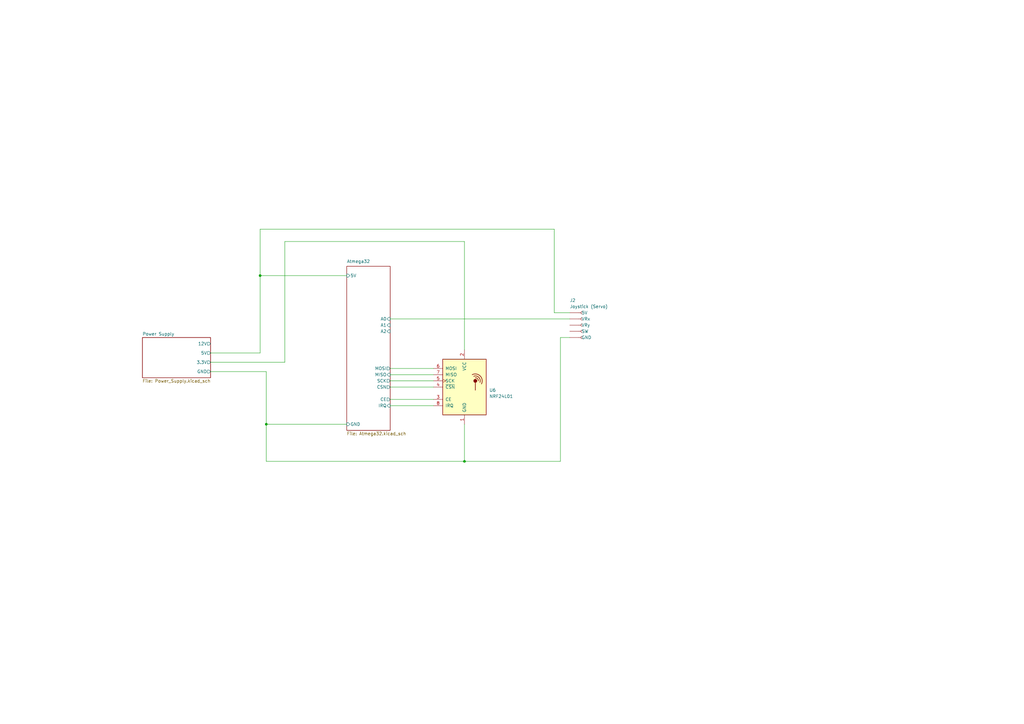
<source format=kicad_sch>
(kicad_sch (version 20211123) (generator eeschema)
  (paper "A3")
  (lib_symbols
    (symbol "Connector:Conn_01x05_Female" (pin_numbers hide) (pin_names (offset 1.016))
      (property "Reference" "J1" (at -5.08 10.16 0))
      (property "Value" "Joystick" (at -5.08 7.62 0))
      (symbol "Conn_01x05_Female_1_1"
        (arc (start 0 -4.572) (mid -0.508 -5.08) (end 0 -5.588) (stroke (width 0.1524)))
        (arc (start 0 -2.032) (mid -0.508 -2.54) (end 0 -3.048) (stroke (width 0.1524)))
        (polyline (pts (xy -1.27 -5.08) (xy -0.508 -5.08)) (stroke (width 0.1524)))
        (polyline (pts (xy -1.27 -2.54) (xy -0.508 -2.54)) (stroke (width 0.1524)))
        (polyline (pts (xy -1.27 0) (xy -0.508 0)) (stroke (width 0.1524)))
        (polyline (pts (xy -1.27 2.54) (xy -0.508 2.54)) (stroke (width 0.1524)))
        (polyline (pts (xy -1.27 5.08) (xy -0.508 5.08)) (stroke (width 0.1524)))
        (arc (start 0 0.508) (mid -0.508 0) (end 0 -0.508) (stroke (width 0.1524)))
        (arc (start 0 3.048) (mid -0.508 2.54) (end 0 2.032) (stroke (width 0.1524)))
        (arc (start 0 5.588) (mid -0.508 5.08) (end 0 4.572) (stroke (width 0.1524)))
        (pin passive line (at -5.08 5.08 0) (length 3.81) (name "5V") (number "1"))
        (pin passive line (at -5.08 2.54 0) (length 3.81) (name "VRx") (number "2"))
        (pin passive line (at -5.08 0 0) (length 3.81) (name "VRy") (number "3"))
        (pin passive line (at -5.08 -2.54 0) (length 3.81) (name "SW") (number "4"))
        (pin passive line (at -5.08 -5.08 0) (length 3.81) (name "GND") (number "5"))
      )
    )
    (symbol "RF:NRF24L01_Breakout" (pin_names (offset 1.016))
      (property "Reference" "U" (at -8.89 12.7 0))
      (property "Value" "NRF24L01_Breakout" (at 3.81 12.7 0))
      (symbol "NRF24L01_Breakout_0_1"
        (rectangle (start -8.89 11.43) (end 8.89 -11.43) (stroke (width 0.254)) (fill (type background)))
        (polyline (pts (xy 4.445 1.905) (xy 4.445 -1.27)) (stroke (width 0.254)))
        (circle (center 4.445 2.54) (radius 0.635) (stroke (width 0.254)) (fill (type outline)))
        (arc (start 5.715 2.54) (mid 5.3521 3.4546) (end 4.445 3.81) (stroke (width 0.254)))
        (arc (start 6.35 1.905) (mid 5.8763 3.9854) (end 3.81 4.445) (stroke (width 0.254)))
        (arc (start 6.985 1.27) (mid 6.453 4.548) (end 3.175 5.08) (stroke (width 0.254)))
      )
      (symbol "NRF24L01_Breakout_1_1"
        (pin power_in line (at 0 -15.24 90) (length 3.81) (name "GND") (number "1"))
        (pin power_in line (at 0 15.24 270) (length 3.81) (name "VCC") (number "2"))
        (pin input line (at -12.7 -5.08 0) (length 3.81) (name "CE") (number "3"))
        (pin input line (at -12.7 0 0) (length 3.81) (name "~{CSN}") (number "4"))
        (pin input clock (at -12.7 2.54 0) (length 3.81) (name "SCK") (number "5"))
        (pin input line (at -12.7 7.62 0) (length 3.81) (name "MOSI") (number "6"))
        (pin output line (at -12.7 5.08 0) (length 3.81) (name "MISO") (number "7"))
        (pin output line (at -12.7 -7.62 0) (length 3.81) (name "IRQ") (number "8"))
      )
    )
  )
  (junction (at 109.22 173.99))
  (junction (at 106.68 113.03))
  (junction (at 190.5 189.23))
  (wire (pts (xy 106.68 93.98) (xy 227.33 93.98)))
  (wire (pts (xy 190.5 189.23) (xy 229.87 189.23)))
  (wire (pts (xy 229.87 138.43) (xy 229.87 189.23)))
  (wire (pts (xy 160.02 151.13) (xy 177.8 151.13)))
  (wire (pts (xy 160.02 158.75) (xy 177.8 158.75)))
  (wire (pts (xy 190.5 99.06) (xy 116.84 99.06)))
  (wire (pts (xy 109.22 189.23) (xy 190.5 189.23)))
  (wire (pts (xy 160.02 163.83) (xy 177.8 163.83)))
  (wire (pts (xy 106.68 144.78) (xy 86.36 144.78)))
  (wire (pts (xy 109.22 152.4) (xy 109.22 173.99)))
  (wire (pts (xy 227.33 93.98) (xy 227.33 128.27)))
  (wire (pts (xy 116.84 99.06) (xy 116.84 148.59)))
  (wire (pts (xy 160.02 153.67) (xy 177.8 153.67)))
  (wire (pts (xy 190.5 143.51) (xy 190.5 99.06)))
  (wire (pts (xy 160.02 166.37) (xy 177.8 166.37)))
  (wire (pts (xy 160.02 156.21) (xy 177.8 156.21)))
  (wire (pts (xy 109.22 152.4) (xy 86.36 152.4)))
  (wire (pts (xy 86.36 148.59) (xy 116.84 148.59)))
  (wire (pts (xy 106.68 113.03) (xy 106.68 144.78)))
  (wire (pts (xy 160.02 130.81) (xy 233.68 130.81)))
  (wire (pts (xy 229.87 138.43) (xy 233.68 138.43)))
  (wire (pts (xy 109.22 189.23) (xy 109.22 173.99)))
  (wire (pts (xy 227.33 128.27) (xy 233.68 128.27)))
  (wire (pts (xy 106.68 93.98) (xy 106.68 113.03)))
  (wire (pts (xy 106.68 113.03) (xy 142.24 113.03)))
  (wire (pts (xy 190.5 173.99) (xy 190.5 189.23)))
  (wire (pts (xy 109.22 173.99) (xy 142.24 173.99)))
  (symbol (lib_id "Connector:Conn_01x05_Female") (at 238.76 133.35 0) (unit 1)
    (property "Reference" "J2" (at 233.68 123.19 0) (effects (justify left)))
    (property "Value" "Joystick (Servo)" (at 233.68 125.73 0) (effects (justify left)))
    (property "Footprint" "Connector_PinHeader_1.00mm:PinHeader_1x05_P1.00mm_Vertical" (effects hide))
  )
  (symbol (lib_id "RF:NRF24L01_Breakout") (at 190.5 158.75 0) (unit 1)
    (property "Reference" "U6" (at 200.66 160.0199 0) (effects (justify left)))
    (property "Value" "NRF24L01" (at 200.66 162.56 0) (effects (justify left)))
    (property "Footprint" "RF_Module:nRF24L01_Breakout" (effects hide))
    (property "Datasheet" "http://www.nordicsemi.com/eng/content/download/2730/34105/file/nRF24L01_Product_Specification_v2_0.pdf" (effects hide))
  )
  (sheet (at 142.24 109.22) (size 17.78 67.31) (stroke (width 0.1524))
    (property "Sheet name" "Atmega32" (at 142.24 107.95 0) (effects (justify left bottom)))
    (property "Sheet file" "Atmega32.kicad_sch" (at 142.24 177.1146 0) (effects (justify left top)))
    (pin "5V" input (at 142.24 113.03 180))
    (pin "GND" input (at 142.24 173.99 180))
    (pin "A0" input (at 160.02 130.81 0))
    (pin "A1" input (at 160.02 133.35 0))
    (pin "A2" input (at 160.02 135.89 0))
    (pin "CE" output (at 160.02 163.83 0))
    (pin "IRQ" input (at 160.02 166.37 0))
    (pin "MISO" input (at 160.02 153.67 0))
    (pin "MOSI" output (at 160.02 151.13 0))
    (pin "SCK" output (at 160.02 156.21 0))
    (pin "CSN" output (at 160.02 158.75 0))
  )
  (sheet (at 58.42 138.43) (size 27.94 16.51) (stroke (width 0.1524))
    (property "Sheet name" "Power Supply" (at 58.42 137.7184 0) (effects (justify left bottom)))
    (property "Sheet file" "Power_Supply.kicad_sch" (at 58.42 155.5246 0) (effects (justify left top)))
    (pin "GND" output (at 86.36 152.4 0))
    (pin "5V" output (at 86.36 144.78 0))
    (pin "3.3V" output (at 86.36 148.59 0))
    (pin "12V" output (at 86.36 140.97 0))
  )
)
</source>
